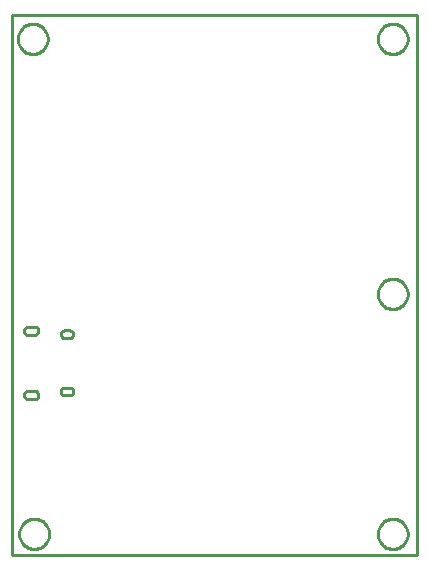
<source format=gbr>
G04 EAGLE Gerber RS-274X export*
G75*
%MOMM*%
%FSLAX34Y34*%
%LPD*%
%IN*%
%IPPOS*%
%AMOC8*
5,1,8,0,0,1.08239X$1,22.5*%
G01*
%ADD10C,0.254000*%


D10*
X0Y-12700D02*
X342900Y-12700D01*
X342900Y444500D01*
X0Y444500D01*
X0Y-12700D01*
X10510Y122410D02*
X10523Y122122D01*
X10560Y121837D01*
X10622Y121556D01*
X10709Y121281D01*
X10819Y121015D01*
X10952Y120760D01*
X11107Y120517D01*
X11282Y120289D01*
X11477Y120077D01*
X11689Y119882D01*
X11917Y119707D01*
X12160Y119552D01*
X12415Y119419D01*
X12681Y119309D01*
X12956Y119222D01*
X13237Y119160D01*
X13522Y119123D01*
X13810Y119110D01*
X19210Y119110D01*
X19498Y119123D01*
X19783Y119160D01*
X20064Y119222D01*
X20339Y119309D01*
X20605Y119419D01*
X20860Y119552D01*
X21103Y119707D01*
X21331Y119882D01*
X21543Y120077D01*
X21738Y120289D01*
X21913Y120517D01*
X22068Y120760D01*
X22201Y121015D01*
X22311Y121281D01*
X22398Y121556D01*
X22460Y121837D01*
X22497Y122122D01*
X22510Y122410D01*
X22510Y122810D01*
X22497Y123098D01*
X22460Y123383D01*
X22398Y123664D01*
X22311Y123939D01*
X22201Y124205D01*
X22068Y124460D01*
X21913Y124703D01*
X21738Y124931D01*
X21543Y125143D01*
X21331Y125338D01*
X21103Y125513D01*
X20860Y125668D01*
X20605Y125801D01*
X20339Y125911D01*
X20064Y125998D01*
X19783Y126060D01*
X19498Y126097D01*
X19210Y126110D01*
X13810Y126110D01*
X13522Y126097D01*
X13237Y126060D01*
X12956Y125998D01*
X12681Y125911D01*
X12415Y125801D01*
X12160Y125668D01*
X11917Y125513D01*
X11689Y125338D01*
X11477Y125143D01*
X11282Y124931D01*
X11107Y124703D01*
X10952Y124460D01*
X10819Y124205D01*
X10709Y123939D01*
X10622Y123664D01*
X10560Y123383D01*
X10523Y123098D01*
X10510Y122810D01*
X10510Y122410D01*
X10510Y176910D02*
X10523Y176622D01*
X10560Y176337D01*
X10622Y176056D01*
X10709Y175781D01*
X10819Y175515D01*
X10952Y175260D01*
X11107Y175017D01*
X11282Y174789D01*
X11477Y174577D01*
X11689Y174382D01*
X11917Y174207D01*
X12160Y174052D01*
X12415Y173919D01*
X12681Y173809D01*
X12956Y173722D01*
X13237Y173660D01*
X13522Y173623D01*
X13810Y173610D01*
X19210Y173610D01*
X19498Y173623D01*
X19783Y173660D01*
X20064Y173722D01*
X20339Y173809D01*
X20605Y173919D01*
X20860Y174052D01*
X21103Y174207D01*
X21331Y174382D01*
X21543Y174577D01*
X21738Y174789D01*
X21913Y175017D01*
X22068Y175260D01*
X22201Y175515D01*
X22311Y175781D01*
X22398Y176056D01*
X22460Y176337D01*
X22497Y176622D01*
X22510Y176910D01*
X22510Y177310D01*
X22497Y177598D01*
X22460Y177883D01*
X22398Y178164D01*
X22311Y178439D01*
X22201Y178705D01*
X22068Y178960D01*
X21913Y179203D01*
X21738Y179431D01*
X21543Y179643D01*
X21331Y179838D01*
X21103Y180013D01*
X20860Y180168D01*
X20605Y180301D01*
X20339Y180411D01*
X20064Y180498D01*
X19783Y180560D01*
X19498Y180597D01*
X19210Y180610D01*
X13810Y180610D01*
X13522Y180597D01*
X13237Y180560D01*
X12956Y180498D01*
X12681Y180411D01*
X12415Y180301D01*
X12160Y180168D01*
X11917Y180013D01*
X11689Y179838D01*
X11477Y179643D01*
X11282Y179431D01*
X11107Y179203D01*
X10952Y178960D01*
X10819Y178705D01*
X10709Y178439D01*
X10622Y178164D01*
X10560Y177883D01*
X10523Y177598D01*
X10510Y177310D01*
X10510Y176910D01*
X44810Y170860D02*
X48810Y170860D01*
X49093Y170872D01*
X49374Y170909D01*
X49651Y170971D01*
X49922Y171056D01*
X50184Y171165D01*
X50435Y171295D01*
X50674Y171448D01*
X50899Y171620D01*
X51108Y171812D01*
X51300Y172021D01*
X51472Y172246D01*
X51625Y172485D01*
X51756Y172737D01*
X51864Y172998D01*
X51949Y173269D01*
X52011Y173546D01*
X52048Y173827D01*
X52060Y174110D01*
X52048Y174393D01*
X52011Y174674D01*
X51949Y174951D01*
X51864Y175222D01*
X51756Y175484D01*
X51625Y175735D01*
X51472Y175974D01*
X51300Y176199D01*
X51108Y176408D01*
X50899Y176600D01*
X50674Y176772D01*
X50435Y176925D01*
X50184Y177056D01*
X49922Y177164D01*
X49651Y177249D01*
X49374Y177311D01*
X49093Y177348D01*
X48810Y177360D01*
X44810Y177360D01*
X44527Y177348D01*
X44246Y177311D01*
X43969Y177249D01*
X43698Y177164D01*
X43437Y177056D01*
X43185Y176925D01*
X42946Y176772D01*
X42721Y176600D01*
X42512Y176408D01*
X42320Y176199D01*
X42148Y175974D01*
X41995Y175735D01*
X41865Y175484D01*
X41756Y175222D01*
X41671Y174951D01*
X41609Y174674D01*
X41572Y174393D01*
X41560Y174110D01*
X41572Y173827D01*
X41609Y173546D01*
X41671Y173269D01*
X41756Y172998D01*
X41865Y172737D01*
X41995Y172485D01*
X42148Y172246D01*
X42320Y172021D01*
X42512Y171812D01*
X42721Y171620D01*
X42946Y171448D01*
X43185Y171295D01*
X43437Y171165D01*
X43698Y171056D01*
X43969Y170971D01*
X44246Y170909D01*
X44527Y170872D01*
X44810Y170860D01*
X44810Y122360D02*
X48810Y122360D01*
X49093Y122372D01*
X49374Y122409D01*
X49651Y122471D01*
X49922Y122556D01*
X50184Y122665D01*
X50435Y122795D01*
X50674Y122948D01*
X50899Y123120D01*
X51108Y123312D01*
X51300Y123521D01*
X51472Y123746D01*
X51625Y123985D01*
X51756Y124237D01*
X51864Y124498D01*
X51949Y124769D01*
X52011Y125046D01*
X52048Y125327D01*
X52060Y125610D01*
X52048Y125893D01*
X52011Y126174D01*
X51949Y126451D01*
X51864Y126722D01*
X51756Y126984D01*
X51625Y127235D01*
X51472Y127474D01*
X51300Y127699D01*
X51108Y127908D01*
X50899Y128100D01*
X50674Y128272D01*
X50435Y128425D01*
X50184Y128556D01*
X49922Y128664D01*
X49651Y128749D01*
X49374Y128811D01*
X49093Y128848D01*
X48810Y128860D01*
X44810Y128860D01*
X44527Y128848D01*
X44246Y128811D01*
X43969Y128749D01*
X43698Y128664D01*
X43437Y128556D01*
X43185Y128425D01*
X42946Y128272D01*
X42721Y128100D01*
X42512Y127908D01*
X42320Y127699D01*
X42148Y127474D01*
X41995Y127235D01*
X41865Y126984D01*
X41756Y126722D01*
X41671Y126451D01*
X41609Y126174D01*
X41572Y125893D01*
X41560Y125610D01*
X41572Y125327D01*
X41609Y125046D01*
X41671Y124769D01*
X41756Y124498D01*
X41865Y124237D01*
X41995Y123985D01*
X42148Y123746D01*
X42320Y123521D01*
X42512Y123312D01*
X42721Y123120D01*
X42946Y122948D01*
X43185Y122795D01*
X43437Y122665D01*
X43698Y122556D01*
X43969Y122471D01*
X44246Y122409D01*
X44527Y122372D01*
X44810Y122360D01*
X31750Y4581D02*
X31672Y3586D01*
X31516Y2600D01*
X31283Y1630D01*
X30974Y681D01*
X30592Y-241D01*
X30139Y-1130D01*
X29618Y-1981D01*
X29031Y-2789D01*
X28383Y-3547D01*
X27677Y-4253D01*
X26919Y-4901D01*
X26111Y-5488D01*
X25260Y-6009D01*
X24371Y-6462D01*
X23449Y-6844D01*
X22500Y-7153D01*
X21530Y-7386D01*
X20544Y-7542D01*
X19549Y-7620D01*
X18551Y-7620D01*
X17556Y-7542D01*
X16570Y-7386D01*
X15600Y-7153D01*
X14651Y-6844D01*
X13729Y-6462D01*
X12840Y-6009D01*
X11989Y-5488D01*
X11181Y-4901D01*
X10423Y-4253D01*
X9717Y-3547D01*
X9069Y-2789D01*
X8482Y-1981D01*
X7961Y-1130D01*
X7508Y-241D01*
X7126Y681D01*
X6817Y1630D01*
X6584Y2600D01*
X6428Y3586D01*
X6350Y4581D01*
X6350Y5579D01*
X6428Y6574D01*
X6584Y7560D01*
X6817Y8530D01*
X7126Y9479D01*
X7508Y10401D01*
X7961Y11290D01*
X8482Y12141D01*
X9069Y12949D01*
X9717Y13707D01*
X10423Y14413D01*
X11181Y15061D01*
X11989Y15648D01*
X12840Y16169D01*
X13729Y16622D01*
X14651Y17004D01*
X15600Y17313D01*
X16570Y17546D01*
X17556Y17702D01*
X18551Y17780D01*
X19549Y17780D01*
X20544Y17702D01*
X21530Y17546D01*
X22500Y17313D01*
X23449Y17004D01*
X24371Y16622D01*
X25260Y16169D01*
X26111Y15648D01*
X26919Y15061D01*
X27677Y14413D01*
X28383Y13707D01*
X29031Y12949D01*
X29618Y12141D01*
X30139Y11290D01*
X30592Y10401D01*
X30974Y9479D01*
X31283Y8530D01*
X31516Y7560D01*
X31672Y6574D01*
X31750Y5579D01*
X31750Y4581D01*
X335280Y207781D02*
X335202Y206786D01*
X335046Y205800D01*
X334813Y204830D01*
X334504Y203881D01*
X334122Y202959D01*
X333669Y202070D01*
X333148Y201219D01*
X332561Y200411D01*
X331913Y199653D01*
X331207Y198947D01*
X330449Y198299D01*
X329641Y197712D01*
X328790Y197191D01*
X327901Y196738D01*
X326979Y196356D01*
X326030Y196047D01*
X325060Y195814D01*
X324074Y195658D01*
X323079Y195580D01*
X322081Y195580D01*
X321086Y195658D01*
X320100Y195814D01*
X319130Y196047D01*
X318181Y196356D01*
X317259Y196738D01*
X316370Y197191D01*
X315519Y197712D01*
X314711Y198299D01*
X313953Y198947D01*
X313247Y199653D01*
X312599Y200411D01*
X312012Y201219D01*
X311491Y202070D01*
X311038Y202959D01*
X310656Y203881D01*
X310347Y204830D01*
X310114Y205800D01*
X309958Y206786D01*
X309880Y207781D01*
X309880Y208779D01*
X309958Y209774D01*
X310114Y210760D01*
X310347Y211730D01*
X310656Y212679D01*
X311038Y213601D01*
X311491Y214490D01*
X312012Y215341D01*
X312599Y216149D01*
X313247Y216907D01*
X313953Y217613D01*
X314711Y218261D01*
X315519Y218848D01*
X316370Y219369D01*
X317259Y219822D01*
X318181Y220204D01*
X319130Y220513D01*
X320100Y220746D01*
X321086Y220902D01*
X322081Y220980D01*
X323079Y220980D01*
X324074Y220902D01*
X325060Y220746D01*
X326030Y220513D01*
X326979Y220204D01*
X327901Y219822D01*
X328790Y219369D01*
X329641Y218848D01*
X330449Y218261D01*
X331207Y217613D01*
X331913Y216907D01*
X332561Y216149D01*
X333148Y215341D01*
X333669Y214490D01*
X334122Y213601D01*
X334504Y212679D01*
X334813Y211730D01*
X335046Y210760D01*
X335202Y209774D01*
X335280Y208779D01*
X335280Y207781D01*
X335280Y4581D02*
X335202Y3586D01*
X335046Y2600D01*
X334813Y1630D01*
X334504Y681D01*
X334122Y-241D01*
X333669Y-1130D01*
X333148Y-1981D01*
X332561Y-2789D01*
X331913Y-3547D01*
X331207Y-4253D01*
X330449Y-4901D01*
X329641Y-5488D01*
X328790Y-6009D01*
X327901Y-6462D01*
X326979Y-6844D01*
X326030Y-7153D01*
X325060Y-7386D01*
X324074Y-7542D01*
X323079Y-7620D01*
X322081Y-7620D01*
X321086Y-7542D01*
X320100Y-7386D01*
X319130Y-7153D01*
X318181Y-6844D01*
X317259Y-6462D01*
X316370Y-6009D01*
X315519Y-5488D01*
X314711Y-4901D01*
X313953Y-4253D01*
X313247Y-3547D01*
X312599Y-2789D01*
X312012Y-1981D01*
X311491Y-1130D01*
X311038Y-241D01*
X310656Y681D01*
X310347Y1630D01*
X310114Y2600D01*
X309958Y3586D01*
X309880Y4581D01*
X309880Y5579D01*
X309958Y6574D01*
X310114Y7560D01*
X310347Y8530D01*
X310656Y9479D01*
X311038Y10401D01*
X311491Y11290D01*
X312012Y12141D01*
X312599Y12949D01*
X313247Y13707D01*
X313953Y14413D01*
X314711Y15061D01*
X315519Y15648D01*
X316370Y16169D01*
X317259Y16622D01*
X318181Y17004D01*
X319130Y17313D01*
X320100Y17546D01*
X321086Y17702D01*
X322081Y17780D01*
X323079Y17780D01*
X324074Y17702D01*
X325060Y17546D01*
X326030Y17313D01*
X326979Y17004D01*
X327901Y16622D01*
X328790Y16169D01*
X329641Y15648D01*
X330449Y15061D01*
X331207Y14413D01*
X331913Y13707D01*
X332561Y12949D01*
X333148Y12141D01*
X333669Y11290D01*
X334122Y10401D01*
X334504Y9479D01*
X334813Y8530D01*
X335046Y7560D01*
X335202Y6574D01*
X335280Y5579D01*
X335280Y4581D01*
X30480Y423681D02*
X30402Y422686D01*
X30246Y421700D01*
X30013Y420730D01*
X29704Y419781D01*
X29322Y418859D01*
X28869Y417970D01*
X28348Y417119D01*
X27761Y416311D01*
X27113Y415553D01*
X26407Y414847D01*
X25649Y414199D01*
X24841Y413612D01*
X23990Y413091D01*
X23101Y412638D01*
X22179Y412256D01*
X21230Y411947D01*
X20260Y411714D01*
X19274Y411558D01*
X18279Y411480D01*
X17281Y411480D01*
X16286Y411558D01*
X15300Y411714D01*
X14330Y411947D01*
X13381Y412256D01*
X12459Y412638D01*
X11570Y413091D01*
X10719Y413612D01*
X9911Y414199D01*
X9153Y414847D01*
X8447Y415553D01*
X7799Y416311D01*
X7212Y417119D01*
X6691Y417970D01*
X6238Y418859D01*
X5856Y419781D01*
X5547Y420730D01*
X5314Y421700D01*
X5158Y422686D01*
X5080Y423681D01*
X5080Y424679D01*
X5158Y425674D01*
X5314Y426660D01*
X5547Y427630D01*
X5856Y428579D01*
X6238Y429501D01*
X6691Y430390D01*
X7212Y431241D01*
X7799Y432049D01*
X8447Y432807D01*
X9153Y433513D01*
X9911Y434161D01*
X10719Y434748D01*
X11570Y435269D01*
X12459Y435722D01*
X13381Y436104D01*
X14330Y436413D01*
X15300Y436646D01*
X16286Y436802D01*
X17281Y436880D01*
X18279Y436880D01*
X19274Y436802D01*
X20260Y436646D01*
X21230Y436413D01*
X22179Y436104D01*
X23101Y435722D01*
X23990Y435269D01*
X24841Y434748D01*
X25649Y434161D01*
X26407Y433513D01*
X27113Y432807D01*
X27761Y432049D01*
X28348Y431241D01*
X28869Y430390D01*
X29322Y429501D01*
X29704Y428579D01*
X30013Y427630D01*
X30246Y426660D01*
X30402Y425674D01*
X30480Y424679D01*
X30480Y423681D01*
X335280Y423681D02*
X335202Y422686D01*
X335046Y421700D01*
X334813Y420730D01*
X334504Y419781D01*
X334122Y418859D01*
X333669Y417970D01*
X333148Y417119D01*
X332561Y416311D01*
X331913Y415553D01*
X331207Y414847D01*
X330449Y414199D01*
X329641Y413612D01*
X328790Y413091D01*
X327901Y412638D01*
X326979Y412256D01*
X326030Y411947D01*
X325060Y411714D01*
X324074Y411558D01*
X323079Y411480D01*
X322081Y411480D01*
X321086Y411558D01*
X320100Y411714D01*
X319130Y411947D01*
X318181Y412256D01*
X317259Y412638D01*
X316370Y413091D01*
X315519Y413612D01*
X314711Y414199D01*
X313953Y414847D01*
X313247Y415553D01*
X312599Y416311D01*
X312012Y417119D01*
X311491Y417970D01*
X311038Y418859D01*
X310656Y419781D01*
X310347Y420730D01*
X310114Y421700D01*
X309958Y422686D01*
X309880Y423681D01*
X309880Y424679D01*
X309958Y425674D01*
X310114Y426660D01*
X310347Y427630D01*
X310656Y428579D01*
X311038Y429501D01*
X311491Y430390D01*
X312012Y431241D01*
X312599Y432049D01*
X313247Y432807D01*
X313953Y433513D01*
X314711Y434161D01*
X315519Y434748D01*
X316370Y435269D01*
X317259Y435722D01*
X318181Y436104D01*
X319130Y436413D01*
X320100Y436646D01*
X321086Y436802D01*
X322081Y436880D01*
X323079Y436880D01*
X324074Y436802D01*
X325060Y436646D01*
X326030Y436413D01*
X326979Y436104D01*
X327901Y435722D01*
X328790Y435269D01*
X329641Y434748D01*
X330449Y434161D01*
X331207Y433513D01*
X331913Y432807D01*
X332561Y432049D01*
X333148Y431241D01*
X333669Y430390D01*
X334122Y429501D01*
X334504Y428579D01*
X334813Y427630D01*
X335046Y426660D01*
X335202Y425674D01*
X335280Y424679D01*
X335280Y423681D01*
M02*

</source>
